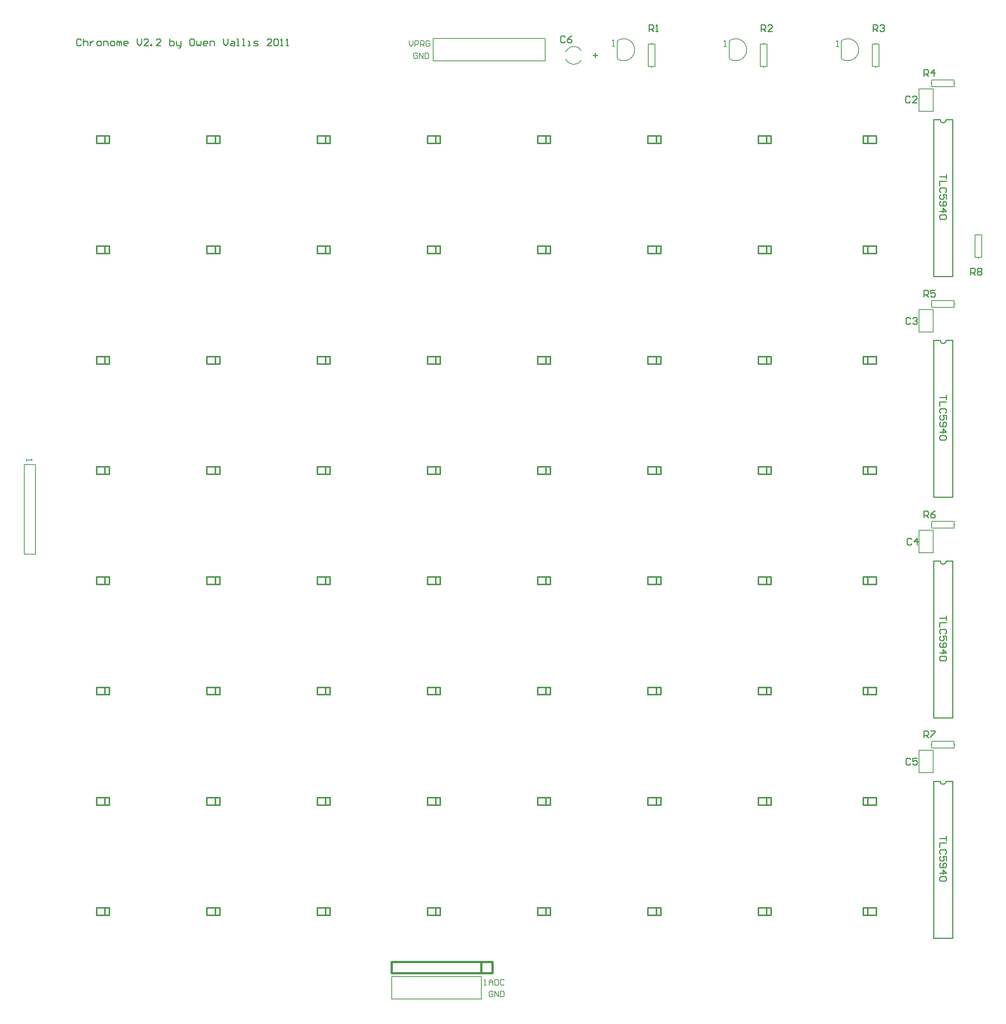
<source format=gto>
%FSTAX23Y23*%
%MOIN*%
%SFA1B1*%

%IPPOS*%
%ADD32C,0.008000*%
%ADD33C,0.010000*%
%ADD34C,0.020000*%
%ADD35C,0.012000*%
%ADD36C,0.008000*%
%ADD37C,0.006000*%
%LNchronomepcbv2_2-1*%
%LPD*%
G54D32*
X06933Y11172D02*
D01*
X06935Y11167*
X06938Y11162*
X06941Y11157*
X06944Y11153*
X06948Y11149*
X06952Y11145*
X06956Y11142*
X06961Y11138*
X06966Y11135*
X06971Y11133*
X06976Y11131*
X06981Y11129*
X06986Y11127*
X06992Y11126*
X06997Y11126*
X07003Y11125*
X07008Y11125*
X07014Y11126*
X07019Y11127*
X07024Y11128*
X0703Y11129*
X07035Y11131*
X0704Y11134*
X07045Y11136*
X0705Y11139*
X07054Y11143*
X07058Y11146*
X07062Y1115*
X07066Y11154*
X07069Y11159*
X07071Y11163*
Y11247D02*
D01*
X07067Y11251*
X07064Y11255*
X0706Y11259*
X07056Y11263*
X07052Y11267*
X07048Y1127*
X07043Y11273*
X07038Y11275*
X07033Y11277*
X07028Y11279*
X07023Y11281*
X07017Y11282*
X07012Y11282*
X07007Y11283*
X07001Y11283*
X06996Y11282*
X0699Y11281*
X06985Y1128*
X0698Y11279*
X06975Y11277*
X0697Y11275*
X06965Y11272*
X0696Y11269*
X06956Y11266*
X06952Y11262*
X06948Y11258*
X06944Y11254*
X06941Y1125*
X06938Y11245*
X06935Y11241*
X06933Y11238*
X07391Y11177D02*
D01*
X07396Y11173*
X07402Y11169*
X07408Y11166*
X07414Y11163*
X07421Y11161*
X07427Y11159*
X07434Y11158*
X07441Y11157*
X07448Y11157*
X07454Y11157*
X07461Y11157*
X07468Y11158*
X07475Y1116*
X07481Y11162*
X07488Y11164*
X07494Y11167*
X075Y11171*
X07505Y11174*
X07511Y11178*
X07516Y11183*
X07521Y11188*
X07525Y11193*
X0753Y11198*
X07533Y11204*
X07537Y1121*
X07539Y11216*
X07542Y11222*
X07544Y11229*
X07545Y11236*
X07547Y11242*
X07547Y11249*
X07547Y11256*
X07547Y11263*
X07546Y1127*
X07545Y11276*
X07543Y11283*
X07541Y11289*
X07538Y11296*
X07535Y11302*
X07532Y11308*
X07528Y11313*
X07523Y11319*
X07519Y11324*
X07514Y11328*
X07509Y11333*
X07503Y11336*
X07497Y1134*
X07491Y11343*
X07485Y11346*
X07478Y11348*
X07472Y1135*
X07465Y11351*
X07458Y11352*
X07451Y11352*
X07445Y11352*
X07438Y11352*
X07431Y11351*
X07424Y11349*
X07418Y11347*
X07411Y11345*
X07405Y11342*
X07399Y11338*
X07394Y11335*
X07391Y11333*
X08391Y11177D02*
D01*
X08396Y11173*
X08402Y11169*
X08408Y11166*
X08414Y11163*
X08421Y11161*
X08427Y11159*
X08434Y11158*
X08441Y11157*
X08448Y11157*
X08454Y11157*
X08461Y11157*
X08468Y11158*
X08475Y1116*
X08481Y11162*
X08488Y11164*
X08494Y11167*
X085Y11171*
X08505Y11174*
X08511Y11178*
X08516Y11183*
X08521Y11188*
X08525Y11193*
X0853Y11198*
X08533Y11204*
X08537Y1121*
X08539Y11216*
X08542Y11222*
X08544Y11229*
X08545Y11236*
X08547Y11242*
X08547Y11249*
X08547Y11256*
X08547Y11263*
X08546Y1127*
X08545Y11276*
X08543Y11283*
X08541Y11289*
X08538Y11296*
X08535Y11302*
X08532Y11308*
X08528Y11313*
X08523Y11319*
X08519Y11324*
X08514Y11328*
X08509Y11333*
X08503Y11336*
X08497Y1134*
X08491Y11343*
X08485Y11346*
X08478Y11348*
X08472Y1135*
X08465Y11351*
X08458Y11352*
X08451Y11352*
X08445Y11352*
X08438Y11352*
X08431Y11351*
X08424Y11349*
X08418Y11347*
X08411Y11345*
X08405Y11342*
X08399Y11338*
X08394Y11335*
X08391Y11333*
X09391Y11177D02*
D01*
X09396Y11173*
X09402Y11169*
X09408Y11166*
X09414Y11163*
X09421Y11161*
X09427Y11159*
X09434Y11158*
X09441Y11157*
X09448Y11157*
X09454Y11157*
X09461Y11157*
X09468Y11158*
X09475Y1116*
X09481Y11162*
X09488Y11164*
X09494Y11167*
X095Y11171*
X09505Y11174*
X09511Y11178*
X09516Y11183*
X09521Y11188*
X09525Y11193*
X0953Y11198*
X09533Y11204*
X09537Y1121*
X09539Y11216*
X09542Y11222*
X09544Y11229*
X09545Y11236*
X09547Y11242*
X09547Y11249*
X09547Y11256*
X09547Y11263*
X09546Y1127*
X09545Y11276*
X09543Y11283*
X09541Y11289*
X09538Y11296*
X09535Y11302*
X09532Y11308*
X09528Y11313*
X09523Y11319*
X09519Y11324*
X09514Y11328*
X09509Y11333*
X09503Y11336*
X09497Y1134*
X09491Y11343*
X09485Y11346*
X09478Y11348*
X09472Y1135*
X09465Y11351*
X09458Y11352*
X09451Y11352*
X09445Y11352*
X09438Y11352*
X09431Y11351*
X09424Y11349*
X09418Y11347*
X09411Y11345*
X09405Y11342*
X09399Y11338*
X09394Y11335*
X09391Y11333*
X0538Y0278D02*
X0618D01*
X0538Y0298D02*
X0618D01*
X0538Y0278D02*
Y0298D01*
X0618Y0278D02*
Y0298D01*
X0575Y11155D02*
X0675D01*
Y11355*
X0575D02*
X0675D01*
X0575Y11155D02*
Y11355D01*
X077Y11105D02*
X0773D01*
Y11305*
X0767D02*
X0773D01*
X0767Y11105D02*
Y11305D01*
Y11105D02*
X077D01*
Y11305D02*
Y11314D01*
Y11096D02*
Y11105D01*
X07391Y11177D02*
Y11333D01*
X087Y11105D02*
X0873D01*
Y11305*
X0867D02*
X0873D01*
X0867Y11105D02*
Y11305D01*
Y11105D02*
X087D01*
Y11305D02*
Y11314D01*
Y11096D02*
Y11105D01*
X08391Y11177D02*
Y11333D01*
X097Y11105D02*
X0973D01*
Y11305*
X0967D02*
X0973D01*
X0967Y11105D02*
Y11305D01*
Y11105D02*
X097D01*
Y11305D02*
Y11314D01*
Y11096D02*
Y11105D01*
X09391Y11177D02*
Y11333D01*
X102Y0502D02*
Y0505D01*
Y0502D02*
X104D01*
Y0508*
X102D02*
X104D01*
X102Y0505D02*
Y0508D01*
X104Y0505D02*
X10409D01*
X10191D02*
X102D01*
Y06985D02*
Y07015D01*
Y06985D02*
X104D01*
Y07045*
X102D02*
X104D01*
X102Y07015D02*
Y07045D01*
X104Y07015D02*
X10409D01*
X10191D02*
X102D01*
Y08955D02*
Y08985D01*
Y08955D02*
X104D01*
Y09015*
X102D02*
X104D01*
X102Y08985D02*
Y09015D01*
X104Y08985D02*
X10409D01*
X10191D02*
X102D01*
Y10925D02*
Y10955D01*
Y10925D02*
X104D01*
Y10985*
X102D02*
X104D01*
X102Y10955D02*
Y10985D01*
X104Y10955D02*
X10409D01*
X10191D02*
X102D01*
X021Y0675D02*
X022D01*
X021D02*
Y0755D01*
X022*
Y0675D02*
Y0755D01*
X10213Y10705D02*
Y10905D01*
X10087Y10705D02*
Y10905D01*
Y10705D02*
X10213D01*
X10087Y10905D02*
X10213D01*
X10615Y094D02*
X10645D01*
Y096*
X10585D02*
X10645D01*
X10585Y094D02*
Y096D01*
Y094D02*
X10615D01*
Y096D02*
Y09609D01*
Y09391D02*
Y094D01*
X10213Y08735D02*
Y08935D01*
X10087Y08735D02*
Y08935D01*
Y08735D02*
X10213D01*
X10087Y08935D02*
X10213D01*
Y06765D02*
Y06965D01*
X10087Y06765D02*
Y06965D01*
Y06765D02*
X10213D01*
X10087Y06965D02*
X10213D01*
Y048D02*
Y05D01*
X10087Y048D02*
Y05D01*
Y048D02*
X10213D01*
X10087Y05D02*
X10213D01*
G54D33*
X10275Y04725D02*
D01*
X10275Y04723*
X10275Y04721*
X10275Y04719*
X10275Y04718*
X10276Y04716*
X10277Y04714*
X10277Y04713*
X10278Y04711*
X10279Y0471*
X1028Y04708*
X10282Y04707*
X10283Y04706*
X10284Y04705*
X10286Y04704*
X10287Y04703*
X10289Y04702*
X1029Y04701*
X10292Y04701*
X10293Y047*
X10295Y047*
X10297Y047*
X10299Y047*
X103*
X10302Y047*
X10304Y047*
X10306Y047*
X10307Y04701*
X10309Y04701*
X1031Y04702*
X10312Y04703*
X10313Y04704*
X10315Y04705*
X10316Y04706*
X10317Y04707*
X10319Y04708*
X1032Y0471*
X10321Y04711*
X10322Y04713*
X10322Y04714*
X10323Y04716*
X10324Y04718*
X10324Y04719*
X10324Y04721*
X10324Y04723*
X10325Y04725*
X10275Y0669D02*
D01*
X10275Y06688*
X10275Y06686*
X10275Y06684*
X10275Y06683*
X10276Y06681*
X10277Y06679*
X10277Y06678*
X10278Y06676*
X10279Y06675*
X1028Y06673*
X10282Y06672*
X10283Y06671*
X10284Y0667*
X10286Y06669*
X10287Y06668*
X10289Y06667*
X1029Y06666*
X10292Y06666*
X10293Y06665*
X10295Y06665*
X10297Y06665*
X10299Y06665*
X103*
X10302Y06665*
X10304Y06665*
X10306Y06665*
X10307Y06666*
X10309Y06666*
X1031Y06667*
X10312Y06668*
X10313Y06669*
X10315Y0667*
X10316Y06671*
X10317Y06672*
X10319Y06673*
X1032Y06675*
X10321Y06676*
X10322Y06678*
X10322Y06679*
X10323Y06681*
X10324Y06683*
X10324Y06684*
X10324Y06686*
X10324Y06688*
X10325Y0669*
X10275Y0866D02*
D01*
X10275Y08658*
X10275Y08656*
X10275Y08654*
X10275Y08653*
X10276Y08651*
X10277Y08649*
X10277Y08648*
X10278Y08646*
X10279Y08645*
X1028Y08643*
X10282Y08642*
X10283Y08641*
X10284Y0864*
X10286Y08639*
X10287Y08638*
X10289Y08637*
X1029Y08636*
X10292Y08636*
X10293Y08635*
X10295Y08635*
X10297Y08635*
X10299Y08635*
X103*
X10302Y08635*
X10304Y08635*
X10306Y08635*
X10307Y08636*
X10309Y08636*
X1031Y08637*
X10312Y08638*
X10313Y08639*
X10315Y0864*
X10316Y08641*
X10317Y08642*
X10319Y08643*
X1032Y08645*
X10321Y08646*
X10322Y08648*
X10322Y08649*
X10323Y08651*
X10324Y08653*
X10324Y08654*
X10324Y08656*
X10324Y08658*
X10325Y0866*
X10275Y1063D02*
D01*
X10275Y10628*
X10275Y10626*
X10275Y10624*
X10275Y10623*
X10276Y10621*
X10277Y10619*
X10277Y10618*
X10278Y10616*
X10279Y10615*
X1028Y10613*
X10282Y10612*
X10283Y10611*
X10284Y1061*
X10286Y10609*
X10287Y10608*
X10289Y10607*
X1029Y10606*
X10292Y10606*
X10293Y10605*
X10295Y10605*
X10297Y10605*
X10299Y10605*
X103*
X10302Y10605*
X10304Y10605*
X10306Y10605*
X10307Y10606*
X10309Y10606*
X1031Y10607*
X10312Y10608*
X10313Y10609*
X10315Y1061*
X10316Y10611*
X10317Y10612*
X10319Y10613*
X1032Y10615*
X10321Y10616*
X10322Y10618*
X10322Y10619*
X10323Y10621*
X10324Y10623*
X10324Y10624*
X10324Y10626*
X10324Y10628*
X10325Y1063*
X10215Y03325D02*
Y04725D01*
Y03325D02*
X10385D01*
Y04725*
X10325D02*
X10385D01*
X10215D02*
X10275D01*
X10215Y0529D02*
Y0669D01*
Y0529D02*
X10385D01*
Y0669*
X10325D02*
X10385D01*
X10215D02*
X10275D01*
X10215Y0726D02*
Y0866D01*
Y0726D02*
X10385D01*
Y0866*
X10325D02*
X10385D01*
X10215D02*
X10275D01*
X10215Y0923D02*
Y1063D01*
Y0923D02*
X10385D01*
Y1063*
X10325D02*
X10385D01*
X10215D02*
X10275D01*
X06926Y11368D02*
X06916Y11378D01*
X06896*
X06886Y11368*
Y11328*
X06896Y11318*
X06916*
X06926Y11328*
X06986Y11378D02*
X06966Y11368D01*
X06946Y11348*
Y11328*
X06956Y11318*
X06976*
X06986Y11328*
Y11338*
X06976Y11348*
X06946*
X10545Y09245D02*
Y09305D01*
X10575*
X10585Y09295*
Y09275*
X10575Y09265*
X10545*
X10565D02*
X10585Y09245D01*
X10605Y09295D02*
X10615Y09305D01*
X10635*
X10645Y09295*
Y09285*
X10635Y09275*
X10645Y09265*
Y09255*
X10635Y09245*
X10615*
X10605Y09255*
Y09265*
X10615Y09275*
X10605Y09285*
Y09295*
X10615Y09275D02*
X10635D01*
X10128Y05114D02*
Y05174D01*
X10158*
X10168Y05164*
Y05144*
X10158Y05134*
X10128*
X10148D02*
X10168Y05114D01*
X10188Y05174D02*
X10228D01*
Y05164*
X10188Y05124*
Y05114*
X10128Y07079D02*
Y07139D01*
X10158*
X10168Y07129*
Y07109*
X10158Y07099*
X10128*
X10148D02*
X10168Y07079D01*
X10228Y07139D02*
X10208Y07129D01*
X10188Y07109*
Y07089*
X10198Y07079*
X10218*
X10228Y07089*
Y07099*
X10218Y07109*
X10188*
X10128Y09049D02*
Y09109D01*
X10158*
X10168Y09099*
Y09079*
X10158Y09069*
X10128*
X10148D02*
X10168Y09049D01*
X10228Y09109D02*
X10188D01*
Y09079*
X10208Y09089*
X10218*
X10228Y09079*
Y09059*
X10218Y09049*
X10198*
X10188Y09059*
X10128Y11019D02*
Y11079D01*
X10158*
X10168Y11069*
Y11049*
X10158Y11039*
X10128*
X10148D02*
X10168Y11019D01*
X10218D02*
Y11079D01*
X10188Y11049*
X10228*
X09676Y11417D02*
Y11477D01*
X09706*
X09716Y11467*
Y11447*
X09706Y11437*
X09676*
X09696D02*
X09716Y11417D01*
X09736Y11467D02*
X09746Y11477D01*
X09766*
X09776Y11467*
Y11457*
X09766Y11447*
X09756*
X09766*
X09776Y11437*
Y11427*
X09766Y11417*
X09746*
X09736Y11427*
X08676Y11417D02*
Y11477D01*
X08706*
X08716Y11467*
Y11447*
X08706Y11437*
X08676*
X08696D02*
X08716Y11417D01*
X08776D02*
X08736D01*
X08776Y11457*
Y11467*
X08766Y11477*
X08746*
X08736Y11467*
X07676Y11417D02*
Y11477D01*
X07706*
X07716Y11467*
Y11447*
X07706Y11437*
X07676*
X07696D02*
X07716Y11417D01*
X07736D02*
X07756D01*
X07746*
Y11477*
X07736Y11467*
X1001Y0492D02*
X1Y0493D01*
X0998*
X0997Y0492*
Y0488*
X0998Y0487*
X1*
X1001Y0488*
X1007Y0493D02*
X1003D01*
Y049*
X1005Y0491*
X1006*
X1007Y049*
Y0488*
X1006Y0487*
X1004*
X1003Y0488*
X1002Y06885D02*
X1001Y06895D01*
X0999*
X0998Y06885*
Y06845*
X0999Y06835*
X1001*
X1002Y06845*
X1007Y06835D02*
Y06895D01*
X1004Y06865*
X1008*
X1001Y08855D02*
X1Y08865D01*
X0998*
X0997Y08855*
Y08815*
X0998Y08805*
X1*
X1001Y08815*
X1003Y08855D02*
X1004Y08865D01*
X1006*
X1007Y08855*
Y08845*
X1006Y08835*
X1005*
X1006*
X1007Y08825*
Y08815*
X1006Y08805*
X1004*
X1003Y08815*
X10005Y1083D02*
X09995Y1084D01*
X09975*
X09965Y1083*
Y1079*
X09975Y1078*
X09995*
X10005Y1079*
X10065Y1078D02*
X10025D01*
X10065Y1082*
Y1083*
X10055Y1084*
X10035*
X10025Y1083*
X02605Y1134D02*
X02595Y1135D01*
X02575*
X02565Y1134*
Y113*
X02575Y1129*
X02595*
X02605Y113*
X02625Y1135D02*
Y1129D01*
Y1132*
X02635Y1133*
X02655*
X02665Y1132*
Y1129*
X02685Y1133D02*
Y1129D01*
Y1131*
X02695Y1132*
X02705Y1133*
X02715*
X02755Y1129D02*
X02775D01*
X02785Y113*
Y1132*
X02775Y1133*
X02755*
X02745Y1132*
Y113*
X02755Y1129*
X02805D02*
Y1133D01*
X02835*
X02845Y1132*
Y1129*
X02875D02*
X02895D01*
X02905Y113*
Y1132*
X02895Y1133*
X02875*
X02865Y1132*
Y113*
X02875Y1129*
X02925D02*
Y1133D01*
X02935*
X02945Y1132*
Y1129*
Y1132*
X02955Y1133*
X02965Y1132*
Y1129*
X03015D02*
X02995D01*
X02985Y113*
Y1132*
X02995Y1133*
X03015*
X03025Y1132*
Y1131*
X02985*
X03105Y1135D02*
Y1131D01*
X03125Y1129*
X03145Y1131*
Y1135*
X03205Y1129D02*
X03165D01*
X03205Y1133*
Y1134*
X03195Y1135*
X03175*
X03165Y1134*
X03225Y1129D02*
Y113D01*
X03235*
Y1129*
X03225*
X03315D02*
X03275D01*
X03315Y1133*
Y1134*
X03305Y1135*
X03285*
X03275Y1134*
X03395Y1135D02*
Y1129D01*
X03425*
X03435Y113*
Y1131*
Y1132*
X03425Y1133*
X03395*
X03455D02*
Y113D01*
X03465Y1129*
X03495*
Y1128*
X03485Y1127*
X03475*
X03495Y1129D02*
Y1133D01*
X03605Y1135D02*
X03585D01*
X03575Y1134*
Y113*
X03585Y1129*
X03605*
X03615Y113*
Y1134*
X03605Y1135*
X03635Y1133D02*
Y113D01*
X03645Y1129*
X03655Y113*
X03665Y1129*
X03675Y113*
Y1133*
X03725Y1129D02*
X03705D01*
X03695Y113*
Y1132*
X03705Y1133*
X03725*
X03735Y1132*
Y1131*
X03695*
X03754Y1129D02*
Y1133D01*
X03784*
X03794Y1132*
Y1129*
X03874Y1135D02*
Y1131D01*
X03894Y1129*
X03914Y1131*
Y1135*
X03944Y1133D02*
X03964D01*
X03974Y1132*
Y1129*
X03944*
X03934Y113*
X03944Y1131*
X03974*
X03994Y1129D02*
X04014D01*
X04004*
Y1135*
X03994*
X04044Y1129D02*
X04064D01*
X04054*
Y1135*
X04044*
X04094Y1129D02*
X04114D01*
X04104*
Y1133*
X04094*
X04144Y1129D02*
X04174D01*
X04184Y113*
X04174Y1131*
X04154*
X04144Y1132*
X04154Y1133*
X04184*
X04304Y1129D02*
X04264D01*
X04304Y1133*
Y1134*
X04294Y1135*
X04274*
X04264Y1134*
X04324D02*
X04334Y1135D01*
X04354*
X04364Y1134*
Y113*
X04354Y1129*
X04334*
X04324Y113*
Y1134*
X04384Y1129D02*
X04404D01*
X04394*
Y1135*
X04384Y1134*
X04434Y1129D02*
X04454D01*
X04444*
Y1135*
X04434Y1134*
X1033Y04235D02*
Y04195D01*
Y04215*
X1027*
X1033Y04175D02*
X1027D01*
Y04135*
X1032Y04075D02*
X1033Y04085D01*
Y04105*
X1032Y04115*
X1028*
X1027Y04105*
Y04085*
X1028Y04075*
X1033Y04015D02*
Y04055D01*
X103*
X1031Y04035*
Y04025*
X103Y04015*
X1028*
X1027Y04025*
Y04045*
X1028Y04055*
Y03995D02*
X1027Y03985D01*
Y03965*
X1028Y03955*
X1032*
X1033Y03965*
Y03985*
X1032Y03995*
X1031*
X103Y03985*
Y03955*
X1027Y03905D02*
X1033D01*
X103Y03935*
Y03895*
X1032Y03875D02*
X1033Y03865D01*
Y03845*
X1032Y03835*
X1028*
X1027Y03845*
Y03865*
X1028Y03875*
X1032*
X1033Y062D02*
Y0616D01*
Y0618*
X1027*
X1033Y0614D02*
X1027D01*
Y061*
X1032Y0604D02*
X1033Y0605D01*
Y0607*
X1032Y0608*
X1028*
X1027Y0607*
Y0605*
X1028Y0604*
X1033Y0598D02*
Y0602D01*
X103*
X1031Y06*
Y0599*
X103Y0598*
X1028*
X1027Y0599*
Y0601*
X1028Y0602*
Y0596D02*
X1027Y0595D01*
Y0593*
X1028Y0592*
X1032*
X1033Y0593*
Y0595*
X1032Y0596*
X1031*
X103Y0595*
Y0592*
X1027Y0587D02*
X1033D01*
X103Y059*
Y0586*
X1032Y0584D02*
X1033Y0583D01*
Y0581*
X1032Y058*
X1028*
X1027Y0581*
Y0583*
X1028Y0584*
X1032*
X1033Y0817D02*
Y0813D01*
Y0815*
X1027*
X1033Y0811D02*
X1027D01*
Y0807*
X1032Y0801D02*
X1033Y0802D01*
Y0804*
X1032Y0805*
X1028*
X1027Y0804*
Y0802*
X1028Y0801*
X1033Y0795D02*
Y0799D01*
X103*
X1031Y0797*
Y0796*
X103Y0795*
X1028*
X1027Y0796*
Y0798*
X1028Y0799*
Y0793D02*
X1027Y0792D01*
Y079*
X1028Y0789*
X1032*
X1033Y079*
Y0792*
X1032Y0793*
X1031*
X103Y0792*
Y0789*
X1027Y0784D02*
X1033D01*
X103Y0787*
Y0783*
X1032Y0781D02*
X1033Y078D01*
Y0778*
X1032Y0777*
X1028*
X1027Y0778*
Y078*
X1028Y0781*
X1032*
X1033Y1014D02*
Y101D01*
Y1012*
X1027*
X1033Y1008D02*
X1027D01*
Y1004*
X1032Y0998D02*
X1033Y0999D01*
Y1001*
X1032Y1002*
X1028*
X1027Y1001*
Y0999*
X1028Y0998*
X1033Y0992D02*
Y0996D01*
X103*
X1031Y0994*
Y0993*
X103Y0992*
X1028*
X1027Y0993*
Y0995*
X1028Y0996*
Y099D02*
X1027Y0989D01*
Y0987*
X1028Y0986*
X1032*
X1033Y0987*
Y0989*
X1032Y099*
X1031*
X103Y0989*
Y0986*
X1027Y0981D02*
X1033D01*
X103Y0984*
Y098*
X1032Y0978D02*
X1033Y0977D01*
Y0975*
X1032Y0974*
X1028*
X1027Y0975*
Y0977*
X1028Y0978*
X1032*
X07175Y11205D02*
X07215D01*
X07195Y11225D02*
Y11185D01*
G54D34*
X0628Y0301D02*
Y031D01*
X0538Y0301D02*
X0628D01*
X0538D02*
Y0311D01*
X0628*
X0618D02*
X0628D01*
X0618Y0301D02*
Y0311D01*
X0628Y0301D02*
Y0311D01*
G54D35*
X09705Y03528D02*
Y03594D01*
X0959D02*
X09705D01*
X0959Y03528D02*
Y03594D01*
Y03528D02*
X09705D01*
X0963Y03529D02*
Y03594D01*
X09705Y10418D02*
Y10484D01*
X0959D02*
X09705D01*
X0959Y10418D02*
Y10484D01*
Y10418D02*
X09705D01*
X0963Y10419D02*
Y10484D01*
X08726Y10418D02*
Y10483D01*
X08651Y10484D02*
X08766D01*
Y10418D02*
Y10484D01*
X08651Y10418D02*
X08766D01*
X08651D02*
Y10484D01*
X07666Y10418D02*
Y10484D01*
Y10418D02*
X07781D01*
Y10484*
X07666D02*
X07781D01*
X07741Y10418D02*
Y10483D01*
X06757Y10418D02*
Y10483D01*
X06682Y10484D02*
X06797D01*
Y10418D02*
Y10484D01*
X06682Y10418D02*
X06797D01*
X06682D02*
Y10484D01*
X05698Y10418D02*
Y10484D01*
Y10418D02*
X05813D01*
Y10484*
X05698D02*
X05813D01*
X05773Y10418D02*
Y10483D01*
X04789Y10418D02*
Y10483D01*
X04714Y10484D02*
X04829D01*
Y10418D02*
Y10484D01*
X04714Y10418D02*
X04829D01*
X04714D02*
Y10484D01*
X03729Y10418D02*
Y10484D01*
Y10418D02*
X03844D01*
Y10484*
X03729D02*
X03844D01*
X03804Y10418D02*
Y10483D01*
X0282Y10418D02*
Y10483D01*
X02745Y10484D02*
X0286D01*
Y10418D02*
Y10484D01*
X02745Y10418D02*
X0286D01*
X02745D02*
Y10484D01*
X09705Y09434D02*
Y095D01*
X0959D02*
X09705D01*
X0959Y09434D02*
Y095D01*
Y09434D02*
X09705D01*
X0963Y09435D02*
Y095D01*
X08726Y09434D02*
Y09499D01*
X08651Y095D02*
X08766D01*
Y09434D02*
Y095D01*
X08651Y09434D02*
X08766D01*
X08651D02*
Y095D01*
X07666Y09434D02*
Y095D01*
Y09434D02*
X07781D01*
Y095*
X07666D02*
X07781D01*
X07741Y09434D02*
Y09499D01*
X06757Y09434D02*
Y09499D01*
X06682Y095D02*
X06797D01*
Y09434D02*
Y095D01*
X06682Y09434D02*
X06797D01*
X06682D02*
Y095D01*
X05698Y09434D02*
Y095D01*
Y09434D02*
X05813D01*
Y095*
X05698D02*
X05813D01*
X05773Y09434D02*
Y09499D01*
X04789Y09434D02*
Y09499D01*
X04714Y095D02*
X04829D01*
Y09434D02*
Y095D01*
X04714Y09434D02*
X04829D01*
X04714D02*
Y095D01*
X03729Y09434D02*
Y095D01*
Y09434D02*
X03844D01*
Y095*
X03729D02*
X03844D01*
X03804Y09434D02*
Y09499D01*
X0282Y09434D02*
Y09499D01*
X02745Y095D02*
X0286D01*
Y09434D02*
Y095D01*
X02745Y09434D02*
X0286D01*
X02745D02*
Y095D01*
X09705Y08449D02*
Y08515D01*
X0959D02*
X09705D01*
X0959Y08449D02*
Y08515D01*
Y08449D02*
X09705D01*
X0963Y0845D02*
Y08515D01*
X08726Y08449D02*
Y08514D01*
X08651Y08515D02*
X08766D01*
Y08449D02*
Y08515D01*
X08651Y08449D02*
X08766D01*
X08651D02*
Y08515D01*
X07666Y08449D02*
Y08515D01*
Y08449D02*
X07781D01*
Y08515*
X07666D02*
X07781D01*
X07741Y08449D02*
Y08514D01*
X06757Y08449D02*
Y08514D01*
X06682Y08515D02*
X06797D01*
Y08449D02*
Y08515D01*
X06682Y08449D02*
X06797D01*
X06682D02*
Y08515D01*
X05698Y08449D02*
Y08515D01*
Y08449D02*
X05813D01*
Y08515*
X05698D02*
X05813D01*
X05773Y08449D02*
Y08514D01*
X04789Y08449D02*
Y08514D01*
X04714Y08515D02*
X04829D01*
Y08449D02*
Y08515D01*
X04714Y08449D02*
X04829D01*
X04714D02*
Y08515D01*
X03729Y08449D02*
Y08515D01*
Y08449D02*
X03844D01*
Y08515*
X03729D02*
X03844D01*
X03804Y08449D02*
Y08514D01*
X0282Y08449D02*
Y08514D01*
X02745Y08515D02*
X0286D01*
Y08449D02*
Y08515D01*
X02745Y08449D02*
X0286D01*
X02745D02*
Y08515D01*
X09705Y07465D02*
Y07531D01*
X0959D02*
X09705D01*
X0959Y07465D02*
Y07531D01*
Y07465D02*
X09705D01*
X0963Y07466D02*
Y07531D01*
X08726Y07465D02*
Y0753D01*
X08651Y07531D02*
X08766D01*
Y07465D02*
Y07531D01*
X08651Y07465D02*
X08766D01*
X08651D02*
Y07531D01*
X07666Y07465D02*
Y07531D01*
Y07465D02*
X07781D01*
Y07531*
X07666D02*
X07781D01*
X07741Y07465D02*
Y0753D01*
X06757Y07465D02*
Y0753D01*
X06682Y07531D02*
X06797D01*
Y07465D02*
Y07531D01*
X06682Y07465D02*
X06797D01*
X06682D02*
Y07531D01*
X05698Y07465D02*
Y07531D01*
Y07465D02*
X05813D01*
Y07531*
X05698D02*
X05813D01*
X05773Y07465D02*
Y0753D01*
X04789Y07465D02*
Y0753D01*
X04714Y07531D02*
X04829D01*
Y07465D02*
Y07531D01*
X04714Y07465D02*
X04829D01*
X04714D02*
Y07531D01*
X03729Y07465D02*
Y07531D01*
Y07465D02*
X03844D01*
Y07531*
X03729D02*
X03844D01*
X03804Y07465D02*
Y0753D01*
X0282Y07465D02*
Y0753D01*
X02745Y07531D02*
X0286D01*
Y07465D02*
Y07531D01*
X02745Y07465D02*
X0286D01*
X02745D02*
Y07531D01*
X09705Y06481D02*
Y06547D01*
X0959D02*
X09705D01*
X0959Y06481D02*
Y06547D01*
Y06481D02*
X09705D01*
X0963Y06482D02*
Y06547D01*
X08726Y06481D02*
Y06546D01*
X08651Y06547D02*
X08766D01*
Y06481D02*
Y06547D01*
X08651Y06481D02*
X08766D01*
X08651D02*
Y06547D01*
X07666Y06481D02*
Y06547D01*
Y06481D02*
X07781D01*
Y06547*
X07666D02*
X07781D01*
X07741Y06481D02*
Y06546D01*
X06757Y06481D02*
Y06546D01*
X06682Y06547D02*
X06797D01*
Y06481D02*
Y06547D01*
X06682Y06481D02*
X06797D01*
X06682D02*
Y06547D01*
X05698Y06481D02*
Y06547D01*
Y06481D02*
X05813D01*
Y06547*
X05698D02*
X05813D01*
X05773Y06481D02*
Y06546D01*
X04789Y06481D02*
Y06546D01*
X04714Y06547D02*
X04829D01*
Y06481D02*
Y06547D01*
X04714Y06481D02*
X04829D01*
X04714D02*
Y06547D01*
X03729Y06481D02*
Y06547D01*
Y06481D02*
X03844D01*
Y06547*
X03729D02*
X03844D01*
X03804Y06481D02*
Y06546D01*
X0282Y06481D02*
Y06546D01*
X02745Y06547D02*
X0286D01*
Y06481D02*
Y06547D01*
X02745Y06481D02*
X0286D01*
X02745D02*
Y06547D01*
X09705Y05497D02*
Y05563D01*
X0959D02*
X09705D01*
X0959Y05497D02*
Y05563D01*
Y05497D02*
X09705D01*
X0963Y05498D02*
Y05563D01*
X08726Y05497D02*
Y05562D01*
X08651Y05563D02*
X08766D01*
Y05497D02*
Y05563D01*
X08651Y05497D02*
X08766D01*
X08651D02*
Y05563D01*
X07666Y05497D02*
Y05563D01*
Y05497D02*
X07781D01*
Y05563*
X07666D02*
X07781D01*
X07741Y05497D02*
Y05562D01*
X06757Y05497D02*
Y05562D01*
X06682Y05563D02*
X06797D01*
Y05497D02*
Y05563D01*
X06682Y05497D02*
X06797D01*
X06682D02*
Y05563D01*
X05698Y05497D02*
Y05563D01*
Y05497D02*
X05813D01*
Y05563*
X05698D02*
X05813D01*
X05773Y05497D02*
Y05562D01*
X04789Y05497D02*
Y05562D01*
X04714Y05563D02*
X04829D01*
Y05497D02*
Y05563D01*
X04714Y05497D02*
X04829D01*
X04714D02*
Y05563D01*
X03729Y05497D02*
Y05563D01*
Y05497D02*
X03844D01*
Y05563*
X03729D02*
X03844D01*
X03804Y05497D02*
Y05562D01*
X0282Y05497D02*
Y05562D01*
X02745Y05563D02*
X0286D01*
Y05497D02*
Y05563D01*
X02745Y05497D02*
X0286D01*
X02745D02*
Y05563D01*
X09705Y04512D02*
Y04578D01*
X0959D02*
X09705D01*
X0959Y04512D02*
Y04578D01*
Y04512D02*
X09705D01*
X0963Y04513D02*
Y04578D01*
X08726Y04512D02*
Y04577D01*
X08651Y04578D02*
X08766D01*
Y04512D02*
Y04578D01*
X08651Y04512D02*
X08766D01*
X08651D02*
Y04578D01*
X07666Y04512D02*
Y04578D01*
Y04512D02*
X07781D01*
Y04578*
X07666D02*
X07781D01*
X07741Y04512D02*
Y04577D01*
X06757Y04512D02*
Y04577D01*
X06682Y04578D02*
X06797D01*
Y04512D02*
Y04578D01*
X06682Y04512D02*
X06797D01*
X06682D02*
Y04578D01*
X05698Y04512D02*
Y04578D01*
Y04512D02*
X05813D01*
Y04578*
X05698D02*
X05813D01*
X05773Y04512D02*
Y04577D01*
X04789Y04512D02*
Y04577D01*
X04714Y04578D02*
X04829D01*
Y04512D02*
Y04578D01*
X04714Y04512D02*
X04829D01*
X04714D02*
Y04578D01*
X03729Y04512D02*
Y04578D01*
Y04512D02*
X03844D01*
Y04578*
X03729D02*
X03844D01*
X03804Y04512D02*
Y04577D01*
X0282Y04512D02*
Y04577D01*
X02745Y04578D02*
X0286D01*
Y04512D02*
Y04578D01*
X02745Y04512D02*
X0286D01*
X02745D02*
Y04578D01*
X08651Y03528D02*
Y03594D01*
Y03528D02*
X08766D01*
Y03594*
X08651D02*
X08766D01*
X08726Y03528D02*
Y03593D01*
X07741Y03528D02*
Y03593D01*
X07666Y03594D02*
X07781D01*
Y03528D02*
Y03594D01*
X07666Y03528D02*
X07781D01*
X07666D02*
Y03594D01*
X06682Y03528D02*
Y03594D01*
Y03528D02*
X06797D01*
Y03594*
X06682D02*
X06797D01*
X06757Y03528D02*
Y03593D01*
X05773Y03528D02*
Y03593D01*
X05698Y03594D02*
X05813D01*
Y03528D02*
Y03594D01*
X05698Y03528D02*
X05813D01*
X05698D02*
Y03594D01*
X04714Y03528D02*
Y03594D01*
Y03528D02*
X04829D01*
Y03594*
X04714D02*
X04829D01*
X04789Y03528D02*
Y03593D01*
X03804Y03528D02*
Y03593D01*
X03729Y03594D02*
X03844D01*
Y03528D02*
Y03594D01*
X03729Y03528D02*
X03844D01*
X03729D02*
Y03594D01*
X02745Y03528D02*
Y03594D01*
Y03528D02*
X0286D01*
Y03594*
X02745D02*
X0286D01*
X0282Y03528D02*
Y03593D01*
G54D36*
X0212Y076D02*
Y07583D01*
Y07592*
X0217*
X02162Y076*
X0625Y02905D02*
Y02938D01*
X06267Y02955*
X06283Y02938*
Y02905*
Y0293*
X0625*
X063Y02955D02*
Y02905D01*
X06325*
X06333Y02913*
Y02947*
X06325Y02955*
X063*
X06383Y02947D02*
X06375Y02955D01*
X06358*
X0635Y02947*
Y02913*
X06358Y02905*
X06375*
X06383Y02913*
X06283Y02842D02*
X06275Y0285D01*
X06258*
X0625Y02842*
Y02808*
X06258Y028*
X06275*
X06283Y02808*
Y02825*
X06267*
X063Y028D02*
Y0285D01*
X06333Y028*
Y0285*
X0635D02*
Y028D01*
X06375*
X06383Y02808*
Y02842*
X06375Y0285*
X0635*
X06205Y02905D02*
X06222D01*
X06213*
Y02955*
X06205Y02947*
X05535Y11335D02*
Y11302D01*
X05552Y11285*
X05568Y11302*
Y11335*
X05585Y11285D02*
Y11335D01*
X0561*
X05618Y11327*
Y1131*
X0561Y11302*
X05585*
X05635Y11285D02*
Y11335D01*
X0566*
X05668Y11327*
Y1131*
X0566Y11302*
X05635*
X05652D02*
X05668Y11285D01*
X05718Y11327D02*
X0571Y11335D01*
X05693*
X05685Y11327*
Y11293*
X05693Y11285*
X0571*
X05718Y11293*
Y1131*
X05702*
X05608Y11217D02*
X056Y11225D01*
X05583*
X05575Y11217*
Y11183*
X05583Y11175*
X056*
X05608Y11183*
Y112*
X05592*
X05625Y11175D02*
Y11225D01*
X05658Y11175*
Y11225*
X05675D02*
Y11175D01*
X057*
X05708Y11183*
Y11217*
X057Y11225*
X05675*
G54D37*
X0735Y11285D02*
X0737D01*
X0736*
Y11344*
X0735Y11334*
X08345Y1128D02*
X08365D01*
X08355*
Y11339*
X08345Y11329*
X0935Y1128D02*
X0937D01*
X0936*
Y11339*
X0935Y11329*
M02*
</source>
